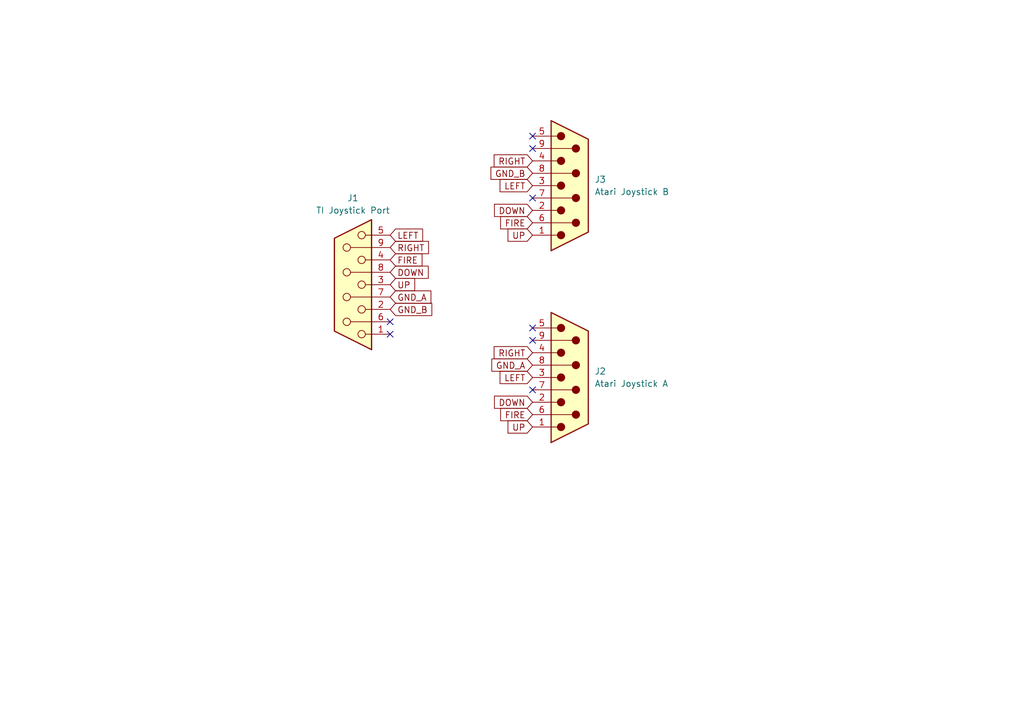
<source format=kicad_sch>
(kicad_sch (version 20250114) (generator "eeschema") (generator_version "9.0")
  (paper "A5")
  (title_block (title "TI 99/4A to ATARI Joystick Adaptor") (date "6/NOV/2025") (rev "A") (company "Brett Hallen") (comment 1 "www.youtube.com/@Brfff"))
  (lib_symbols
    (symbol "Connector:DE9_Pins" (pin_names (offset 1.016) (hide yes))
      (property "Reference" "J" (at 0 13.97 0))
      (property "Value" "DE9_Pins" (at 0 -14.605 0))
      (symbol "DE9_Pins_0_1"
        (polyline (pts (xy -3.81 10.16) (xy -2.54 10.16)))
        (polyline (pts (xy -3.81 7.62) (xy 0.508 7.62)))
        (polyline (pts (xy -3.81 5.08) (xy -2.54 5.08)))
        (polyline (pts (xy -3.81 2.54) (xy 0.508 2.54)))
        (polyline (pts (xy -3.81 0) (xy -2.54 0)))
        (polyline (pts (xy -3.81 -2.54) (xy 0.508 -2.54)))
        (polyline (pts (xy -3.81 -5.08) (xy -2.54 -5.08)))
        (polyline (pts (xy -3.81 -7.62) (xy 0.508 -7.62)))
        (polyline (pts (xy -3.81 -10.16) (xy -2.54 -10.16)))
        (polyline (pts (xy -3.81 -13.335) (xy -3.81 13.335) (xy 3.81 9.525) (xy 3.81 -9.525) (xy -3.81 -13.335)) (stroke (width 0.254)) (fill (type background)))
        (circle (center -1.778 10.16) (radius 0.762) (fill (type outline)))
        (circle (center -1.778 5.08) (radius 0.762) (fill (type outline)))
        (circle (center -1.778 0) (radius 0.762) (fill (type outline)))
        (circle (center -1.778 -5.08) (radius 0.762) (fill (type outline)))
        (circle (center -1.778 -10.16) (radius 0.762) (fill (type outline)))
        (circle (center 1.27 7.62) (radius 0.762) (fill (type outline)))
        (circle (center 1.27 2.54) (radius 0.762) (fill (type outline)))
        (circle (center 1.27 -2.54) (radius 0.762) (fill (type outline)))
        (circle (center 1.27 -7.62) (radius 0.762) (fill (type outline)))
      )
      (symbol "DE9_Pins_1_1"
        (pin passive line (at -7.62 10.16 0) (length 3.81) (name "5") (number "5"))
        (pin passive line (at -7.62 7.62 0) (length 3.81) (name "9") (number "9"))
        (pin passive line (at -7.62 5.08 0) (length 3.81) (name "4") (number "4"))
        (pin passive line (at -7.62 2.54 0) (length 3.81) (name "8") (number "8"))
        (pin passive line (at -7.62 0 0) (length 3.81) (name "3") (number "3"))
        (pin passive line (at -7.62 -2.54 0) (length 3.81) (name "7") (number "7"))
        (pin passive line (at -7.62 -5.08 0) (length 3.81) (name "2") (number "2"))
        (pin passive line (at -7.62 -7.62 0) (length 3.81) (name "6") (number "6"))
        (pin passive line (at -7.62 -10.16 0) (length 3.81) (name "1") (number "1"))
      )
    )
    (symbol "Connector:DE9_Socket" (pin_names (offset 1.016) (hide yes))
      (property "Reference" "J" (at 0 13.97 0))
      (property "Value" "DE9_Socket" (at 0 -14.605 0))
      (symbol "DE9_Socket_0_1"
        (polyline (pts (xy -3.81 13.335) (xy -3.81 -13.335) (xy 3.81 -9.525) (xy 3.81 9.525) (xy -3.81 13.335)) (stroke (width 0.254)) (fill (type background)))
        (polyline (pts (xy -3.81 10.16) (xy -2.54 10.16)))
        (polyline (pts (xy -3.81 7.62) (xy 0.508 7.62)))
        (polyline (pts (xy -3.81 5.08) (xy -2.54 5.08)))
        (polyline (pts (xy -3.81 2.54) (xy 0.508 2.54)))
        (polyline (pts (xy -3.81 0) (xy -2.54 0)))
        (polyline (pts (xy -3.81 -2.54) (xy 0.508 -2.54)))
        (polyline (pts (xy -3.81 -5.08) (xy -2.54 -5.08)))
        (polyline (pts (xy -3.81 -7.62) (xy 0.508 -7.62)))
        (polyline (pts (xy -3.81 -10.16) (xy -2.54 -10.16)))
        (circle (center -1.778 10.16) (radius 0.762))
        (circle (center -1.778 5.08) (radius 0.762))
        (circle (center -1.778 0) (radius 0.762))
        (circle (center -1.778 -5.08) (radius 0.762))
        (circle (center -1.778 -10.16) (radius 0.762))
        (circle (center 1.27 7.62) (radius 0.762))
        (circle (center 1.27 2.54) (radius 0.762))
        (circle (center 1.27 -2.54) (radius 0.762))
        (circle (center 1.27 -7.62) (radius 0.762))
      )
      (symbol "DE9_Socket_1_1"
        (pin passive line (at -7.62 10.16 0) (length 3.81) (name "1") (number "1"))
        (pin passive line (at -7.62 7.62 0) (length 3.81) (name "6") (number "6"))
        (pin passive line (at -7.62 5.08 0) (length 3.81) (name "2") (number "2"))
        (pin passive line (at -7.62 2.54 0) (length 3.81) (name "7") (number "7"))
        (pin passive line (at -7.62 0 0) (length 3.81) (name "3") (number "3"))
        (pin passive line (at -7.62 -2.54 0) (length 3.81) (name "8") (number "8"))
        (pin passive line (at -7.62 -5.08 0) (length 3.81) (name "4") (number "4"))
        (pin passive line (at -7.62 -7.62 0) (length 3.81) (name "9") (number "9"))
        (pin passive line (at -7.62 -10.16 0) (length 3.81) (name "5") (number "5"))
      )
    )
  )
  (no_connect (at 80.01 68.58))
  (no_connect (at 109.22 40.64))
  (no_connect (at 109.22 27.94))
  (no_connect (at 109.22 30.48))
  (no_connect (at 109.22 67.31))
  (no_connect (at 109.22 69.85))
  (no_connect (at 109.22 80.01))
  (no_connect (at 80.01 66.04))
  (global_label "RIGHT" (shape input) (at 109.22 72.39 180) (property "Intersheetrefs" "${INTERSHEET_REFS}" (effects (hide yes))))
  (global_label "DOWN" (shape input) (at 109.22 82.55 180) (property "Intersheetrefs" "${INTERSHEET_REFS}" (effects (hide yes))))
  (global_label "GND_A" (shape input) (at 109.22 74.93 180) (property "Intersheetrefs" "${INTERSHEET_REFS}" (effects (hide yes))))
  (global_label "RIGHT" (shape input) (at 109.22 33.02 180) (property "Intersheetrefs" "${INTERSHEET_REFS}" (effects (hide yes))))
  (global_label "FIRE" (shape input) (at 80.01 53.34 0) (property "Intersheetrefs" "${INTERSHEET_REFS}" (effects (hide yes))))
  (global_label "DOWN" (shape input) (at 109.22 43.18 180) (property "Intersheetrefs" "${INTERSHEET_REFS}" (effects (hide yes))))
  (global_label "FIRE" (shape input) (at 109.22 45.72 180) (property "Intersheetrefs" "${INTERSHEET_REFS}" (effects (hide yes))))
  (global_label "GND_A" (shape input) (at 80.01 60.96 0) (property "Intersheetrefs" "${INTERSHEET_REFS}" (effects (hide yes))))
  (global_label "RIGHT" (shape input) (at 80.01 50.8 0) (property "Intersheetrefs" "${INTERSHEET_REFS}" (effects (hide yes))))
  (global_label "LEFT" (shape input) (at 80.01 48.26 0) (property "Intersheetrefs" "${INTERSHEET_REFS}" (effects (hide yes))))
  (global_label "FIRE" (shape input) (at 109.22 85.09 180) (property "Intersheetrefs" "${INTERSHEET_REFS}" (effects (hide yes))))
  (global_label "LEFT" (shape input) (at 109.22 77.47 180) (property "Intersheetrefs" "${INTERSHEET_REFS}" (effects (hide yes))))
  (global_label "UP" (shape input) (at 109.22 87.63 180) (property "Intersheetrefs" "${INTERSHEET_REFS}" (effects (hide yes))))
  (global_label "GND_B" (shape input) (at 80.01 63.5 0) (property "Intersheetrefs" "${INTERSHEET_REFS}" (effects (hide yes))))
  (global_label "LEFT" (shape input) (at 109.22 38.1 180) (property "Intersheetrefs" "${INTERSHEET_REFS}" (effects (hide yes))))
  (global_label "GND_B" (shape input) (at 109.22 35.56 180) (property "Intersheetrefs" "${INTERSHEET_REFS}" (effects (hide yes))))
  (global_label "UP" (shape input) (at 109.22 48.26 180) (property "Intersheetrefs" "${INTERSHEET_REFS}" (effects (hide yes))))
  (global_label "DOWN" (shape input) (at 80.01 55.88 0) (property "Intersheetrefs" "${INTERSHEET_REFS}" (effects (hide yes))))
  (global_label "UP" (shape input) (at 80.01 58.42 0) (property "Intersheetrefs" "${INTERSHEET_REFS}" (effects (hide yes))))
  (symbol (lib_id "Connector:DE9_Pins") (at 116.84 77.47 0) (unit 1)
    (property "Reference" "J2" (at 121.92 76.1999 0) (effects (justify left)))
    (property "Value" "Atari Joystick A" (at 121.92 78.7399 0) (effects (justify left)))
    (property "Footprint" "Connector_Dsub:DSUB-9_Pins_Vertical_P2.77x2.84mm" (effects (hide yes)))
    (property "Description" "9-pin D-SUB connector, pins (male)" (effects (hide yes)))
  )
  (symbol (lib_id "Connector:DE9_Socket") (at 72.39 58.42 180) (unit 1)
    (property "Reference" "J1" (at 72.39 40.64 0))
    (property "Value" "TI Joystick Port" (at 72.39 43.18 0))
    (property "Footprint" "Connector_Dsub:DSUB-9_Socket_Vertical_P2.77x2.84mm" (effects (hide yes)))
    (property "Description" "9-pin D-SUB connector, socket (female)" (effects (hide yes)))
  )
  (symbol (lib_id "Connector:DE9_Pins") (at 116.84 38.1 0) (unit 1)
    (property "Reference" "J3" (at 121.92 36.8299 0) (effects (justify left)))
    (property "Value" "Atari Joystick B" (at 121.92 39.3699 0) (effects (justify left)))
    (property "Footprint" "Connector_Dsub:DSUB-9_Pins_Vertical_P2.77x2.84mm" (effects (hide yes)))
    (property "Description" "9-pin D-SUB connector, pins (male)" (effects (hide yes)))
  )
)
</source>
